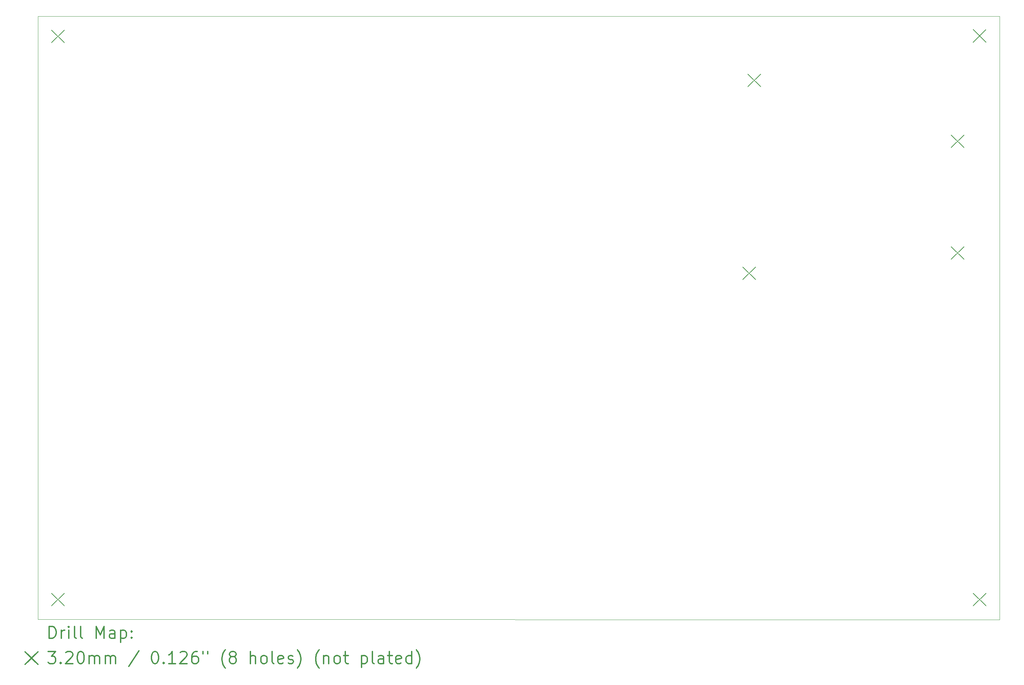
<source format=gbr>
%FSLAX45Y45*%
G04 Gerber Fmt 4.5, Leading zero omitted, Abs format (unit mm)*
G04 Created by KiCad (PCBNEW 5.1.6-c6e7f7d~87~ubuntu18.04.1) date 2020-08-14 22:17:11*
%MOMM*%
%LPD*%
G01*
G04 APERTURE LIST*
%TA.AperFunction,Profile*%
%ADD10C,0.100000*%
%TD*%
%ADD11C,0.200000*%
%ADD12C,0.300000*%
G04 APERTURE END LIST*
D10*
X4356100Y-16256000D02*
X4356100Y-1168400D01*
X28382468Y-16256254D02*
X4356100Y-16255746D01*
X28382468Y-1168400D02*
X28382468Y-16256000D01*
X4356100Y-1168400D02*
X28382468Y-1168400D01*
D11*
X27175260Y-6926720D02*
X27495260Y-7246720D01*
X27495260Y-6926720D02*
X27175260Y-7246720D01*
X27175400Y-4132400D02*
X27495400Y-4452400D01*
X27495400Y-4132400D02*
X27175400Y-4452400D01*
X4696100Y-15596000D02*
X5016100Y-15916000D01*
X5016100Y-15596000D02*
X4696100Y-15916000D01*
X27722460Y-15596000D02*
X28042460Y-15916000D01*
X28042460Y-15596000D02*
X27722460Y-15916000D01*
X27722500Y-1496400D02*
X28042500Y-1816400D01*
X28042500Y-1496400D02*
X27722500Y-1816400D01*
X4696000Y-1508400D02*
X5016000Y-1828400D01*
X5016000Y-1508400D02*
X4696000Y-1828400D01*
X21968260Y-7434720D02*
X22288260Y-7754720D01*
X22288260Y-7434720D02*
X21968260Y-7754720D01*
X22095400Y-2608400D02*
X22415400Y-2928400D01*
X22415400Y-2608400D02*
X22095400Y-2928400D01*
D12*
X4637528Y-16726968D02*
X4637528Y-16426968D01*
X4708957Y-16426968D01*
X4751814Y-16441254D01*
X4780386Y-16469825D01*
X4794671Y-16498397D01*
X4808957Y-16555540D01*
X4808957Y-16598397D01*
X4794671Y-16655540D01*
X4780386Y-16684111D01*
X4751814Y-16712683D01*
X4708957Y-16726968D01*
X4637528Y-16726968D01*
X4937528Y-16726968D02*
X4937528Y-16526968D01*
X4937528Y-16584111D02*
X4951814Y-16555540D01*
X4966100Y-16541254D01*
X4994671Y-16526968D01*
X5023243Y-16526968D01*
X5123243Y-16726968D02*
X5123243Y-16526968D01*
X5123243Y-16426968D02*
X5108957Y-16441254D01*
X5123243Y-16455540D01*
X5137528Y-16441254D01*
X5123243Y-16426968D01*
X5123243Y-16455540D01*
X5308957Y-16726968D02*
X5280386Y-16712683D01*
X5266100Y-16684111D01*
X5266100Y-16426968D01*
X5466100Y-16726968D02*
X5437528Y-16712683D01*
X5423243Y-16684111D01*
X5423243Y-16426968D01*
X5808957Y-16726968D02*
X5808957Y-16426968D01*
X5908957Y-16641254D01*
X6008957Y-16426968D01*
X6008957Y-16726968D01*
X6280386Y-16726968D02*
X6280386Y-16569825D01*
X6266100Y-16541254D01*
X6237528Y-16526968D01*
X6180386Y-16526968D01*
X6151814Y-16541254D01*
X6280386Y-16712683D02*
X6251814Y-16726968D01*
X6180386Y-16726968D01*
X6151814Y-16712683D01*
X6137528Y-16684111D01*
X6137528Y-16655540D01*
X6151814Y-16626968D01*
X6180386Y-16612683D01*
X6251814Y-16612683D01*
X6280386Y-16598397D01*
X6423243Y-16526968D02*
X6423243Y-16826968D01*
X6423243Y-16541254D02*
X6451814Y-16526968D01*
X6508957Y-16526968D01*
X6537528Y-16541254D01*
X6551814Y-16555540D01*
X6566100Y-16584111D01*
X6566100Y-16669825D01*
X6551814Y-16698397D01*
X6537528Y-16712683D01*
X6508957Y-16726968D01*
X6451814Y-16726968D01*
X6423243Y-16712683D01*
X6694671Y-16698397D02*
X6708957Y-16712683D01*
X6694671Y-16726968D01*
X6680386Y-16712683D01*
X6694671Y-16698397D01*
X6694671Y-16726968D01*
X6694671Y-16541254D02*
X6708957Y-16555540D01*
X6694671Y-16569825D01*
X6680386Y-16555540D01*
X6694671Y-16541254D01*
X6694671Y-16569825D01*
X4031100Y-17061254D02*
X4351100Y-17381254D01*
X4351100Y-17061254D02*
X4031100Y-17381254D01*
X4608957Y-17056968D02*
X4794671Y-17056968D01*
X4694671Y-17171254D01*
X4737528Y-17171254D01*
X4766100Y-17185540D01*
X4780386Y-17199826D01*
X4794671Y-17228397D01*
X4794671Y-17299826D01*
X4780386Y-17328397D01*
X4766100Y-17342683D01*
X4737528Y-17356968D01*
X4651814Y-17356968D01*
X4623243Y-17342683D01*
X4608957Y-17328397D01*
X4923243Y-17328397D02*
X4937528Y-17342683D01*
X4923243Y-17356968D01*
X4908957Y-17342683D01*
X4923243Y-17328397D01*
X4923243Y-17356968D01*
X5051814Y-17085540D02*
X5066100Y-17071254D01*
X5094671Y-17056968D01*
X5166100Y-17056968D01*
X5194671Y-17071254D01*
X5208957Y-17085540D01*
X5223243Y-17114111D01*
X5223243Y-17142683D01*
X5208957Y-17185540D01*
X5037528Y-17356968D01*
X5223243Y-17356968D01*
X5408957Y-17056968D02*
X5437528Y-17056968D01*
X5466100Y-17071254D01*
X5480386Y-17085540D01*
X5494671Y-17114111D01*
X5508957Y-17171254D01*
X5508957Y-17242683D01*
X5494671Y-17299826D01*
X5480386Y-17328397D01*
X5466100Y-17342683D01*
X5437528Y-17356968D01*
X5408957Y-17356968D01*
X5380386Y-17342683D01*
X5366100Y-17328397D01*
X5351814Y-17299826D01*
X5337528Y-17242683D01*
X5337528Y-17171254D01*
X5351814Y-17114111D01*
X5366100Y-17085540D01*
X5380386Y-17071254D01*
X5408957Y-17056968D01*
X5637528Y-17356968D02*
X5637528Y-17156968D01*
X5637528Y-17185540D02*
X5651814Y-17171254D01*
X5680386Y-17156968D01*
X5723243Y-17156968D01*
X5751814Y-17171254D01*
X5766100Y-17199826D01*
X5766100Y-17356968D01*
X5766100Y-17199826D02*
X5780386Y-17171254D01*
X5808957Y-17156968D01*
X5851814Y-17156968D01*
X5880386Y-17171254D01*
X5894671Y-17199826D01*
X5894671Y-17356968D01*
X6037528Y-17356968D02*
X6037528Y-17156968D01*
X6037528Y-17185540D02*
X6051814Y-17171254D01*
X6080386Y-17156968D01*
X6123243Y-17156968D01*
X6151814Y-17171254D01*
X6166100Y-17199826D01*
X6166100Y-17356968D01*
X6166100Y-17199826D02*
X6180386Y-17171254D01*
X6208957Y-17156968D01*
X6251814Y-17156968D01*
X6280386Y-17171254D01*
X6294671Y-17199826D01*
X6294671Y-17356968D01*
X6880386Y-17042683D02*
X6623243Y-17428397D01*
X7266100Y-17056968D02*
X7294671Y-17056968D01*
X7323243Y-17071254D01*
X7337528Y-17085540D01*
X7351814Y-17114111D01*
X7366100Y-17171254D01*
X7366100Y-17242683D01*
X7351814Y-17299826D01*
X7337528Y-17328397D01*
X7323243Y-17342683D01*
X7294671Y-17356968D01*
X7266100Y-17356968D01*
X7237528Y-17342683D01*
X7223243Y-17328397D01*
X7208957Y-17299826D01*
X7194671Y-17242683D01*
X7194671Y-17171254D01*
X7208957Y-17114111D01*
X7223243Y-17085540D01*
X7237528Y-17071254D01*
X7266100Y-17056968D01*
X7494671Y-17328397D02*
X7508957Y-17342683D01*
X7494671Y-17356968D01*
X7480386Y-17342683D01*
X7494671Y-17328397D01*
X7494671Y-17356968D01*
X7794671Y-17356968D02*
X7623243Y-17356968D01*
X7708957Y-17356968D02*
X7708957Y-17056968D01*
X7680386Y-17099826D01*
X7651814Y-17128397D01*
X7623243Y-17142683D01*
X7908957Y-17085540D02*
X7923243Y-17071254D01*
X7951814Y-17056968D01*
X8023243Y-17056968D01*
X8051814Y-17071254D01*
X8066100Y-17085540D01*
X8080386Y-17114111D01*
X8080386Y-17142683D01*
X8066100Y-17185540D01*
X7894671Y-17356968D01*
X8080386Y-17356968D01*
X8337528Y-17056968D02*
X8280386Y-17056968D01*
X8251814Y-17071254D01*
X8237528Y-17085540D01*
X8208957Y-17128397D01*
X8194671Y-17185540D01*
X8194671Y-17299826D01*
X8208957Y-17328397D01*
X8223243Y-17342683D01*
X8251814Y-17356968D01*
X8308957Y-17356968D01*
X8337528Y-17342683D01*
X8351814Y-17328397D01*
X8366100Y-17299826D01*
X8366100Y-17228397D01*
X8351814Y-17199826D01*
X8337528Y-17185540D01*
X8308957Y-17171254D01*
X8251814Y-17171254D01*
X8223243Y-17185540D01*
X8208957Y-17199826D01*
X8194671Y-17228397D01*
X8480386Y-17056968D02*
X8480386Y-17114111D01*
X8594671Y-17056968D02*
X8594671Y-17114111D01*
X9037528Y-17471254D02*
X9023243Y-17456968D01*
X8994671Y-17414111D01*
X8980386Y-17385540D01*
X8966100Y-17342683D01*
X8951814Y-17271254D01*
X8951814Y-17214111D01*
X8966100Y-17142683D01*
X8980386Y-17099826D01*
X8994671Y-17071254D01*
X9023243Y-17028397D01*
X9037528Y-17014111D01*
X9194671Y-17185540D02*
X9166100Y-17171254D01*
X9151814Y-17156968D01*
X9137528Y-17128397D01*
X9137528Y-17114111D01*
X9151814Y-17085540D01*
X9166100Y-17071254D01*
X9194671Y-17056968D01*
X9251814Y-17056968D01*
X9280386Y-17071254D01*
X9294671Y-17085540D01*
X9308957Y-17114111D01*
X9308957Y-17128397D01*
X9294671Y-17156968D01*
X9280386Y-17171254D01*
X9251814Y-17185540D01*
X9194671Y-17185540D01*
X9166100Y-17199826D01*
X9151814Y-17214111D01*
X9137528Y-17242683D01*
X9137528Y-17299826D01*
X9151814Y-17328397D01*
X9166100Y-17342683D01*
X9194671Y-17356968D01*
X9251814Y-17356968D01*
X9280386Y-17342683D01*
X9294671Y-17328397D01*
X9308957Y-17299826D01*
X9308957Y-17242683D01*
X9294671Y-17214111D01*
X9280386Y-17199826D01*
X9251814Y-17185540D01*
X9666100Y-17356968D02*
X9666100Y-17056968D01*
X9794671Y-17356968D02*
X9794671Y-17199826D01*
X9780386Y-17171254D01*
X9751814Y-17156968D01*
X9708957Y-17156968D01*
X9680386Y-17171254D01*
X9666100Y-17185540D01*
X9980386Y-17356968D02*
X9951814Y-17342683D01*
X9937528Y-17328397D01*
X9923243Y-17299826D01*
X9923243Y-17214111D01*
X9937528Y-17185540D01*
X9951814Y-17171254D01*
X9980386Y-17156968D01*
X10023243Y-17156968D01*
X10051814Y-17171254D01*
X10066100Y-17185540D01*
X10080386Y-17214111D01*
X10080386Y-17299826D01*
X10066100Y-17328397D01*
X10051814Y-17342683D01*
X10023243Y-17356968D01*
X9980386Y-17356968D01*
X10251814Y-17356968D02*
X10223243Y-17342683D01*
X10208957Y-17314111D01*
X10208957Y-17056968D01*
X10480386Y-17342683D02*
X10451814Y-17356968D01*
X10394671Y-17356968D01*
X10366100Y-17342683D01*
X10351814Y-17314111D01*
X10351814Y-17199826D01*
X10366100Y-17171254D01*
X10394671Y-17156968D01*
X10451814Y-17156968D01*
X10480386Y-17171254D01*
X10494671Y-17199826D01*
X10494671Y-17228397D01*
X10351814Y-17256968D01*
X10608957Y-17342683D02*
X10637528Y-17356968D01*
X10694671Y-17356968D01*
X10723243Y-17342683D01*
X10737528Y-17314111D01*
X10737528Y-17299826D01*
X10723243Y-17271254D01*
X10694671Y-17256968D01*
X10651814Y-17256968D01*
X10623243Y-17242683D01*
X10608957Y-17214111D01*
X10608957Y-17199826D01*
X10623243Y-17171254D01*
X10651814Y-17156968D01*
X10694671Y-17156968D01*
X10723243Y-17171254D01*
X10837528Y-17471254D02*
X10851814Y-17456968D01*
X10880386Y-17414111D01*
X10894671Y-17385540D01*
X10908957Y-17342683D01*
X10923243Y-17271254D01*
X10923243Y-17214111D01*
X10908957Y-17142683D01*
X10894671Y-17099826D01*
X10880386Y-17071254D01*
X10851814Y-17028397D01*
X10837528Y-17014111D01*
X11380386Y-17471254D02*
X11366100Y-17456968D01*
X11337528Y-17414111D01*
X11323243Y-17385540D01*
X11308957Y-17342683D01*
X11294671Y-17271254D01*
X11294671Y-17214111D01*
X11308957Y-17142683D01*
X11323243Y-17099826D01*
X11337528Y-17071254D01*
X11366100Y-17028397D01*
X11380386Y-17014111D01*
X11494671Y-17156968D02*
X11494671Y-17356968D01*
X11494671Y-17185540D02*
X11508957Y-17171254D01*
X11537528Y-17156968D01*
X11580386Y-17156968D01*
X11608957Y-17171254D01*
X11623243Y-17199826D01*
X11623243Y-17356968D01*
X11808957Y-17356968D02*
X11780386Y-17342683D01*
X11766100Y-17328397D01*
X11751814Y-17299826D01*
X11751814Y-17214111D01*
X11766100Y-17185540D01*
X11780386Y-17171254D01*
X11808957Y-17156968D01*
X11851814Y-17156968D01*
X11880386Y-17171254D01*
X11894671Y-17185540D01*
X11908957Y-17214111D01*
X11908957Y-17299826D01*
X11894671Y-17328397D01*
X11880386Y-17342683D01*
X11851814Y-17356968D01*
X11808957Y-17356968D01*
X11994671Y-17156968D02*
X12108957Y-17156968D01*
X12037528Y-17056968D02*
X12037528Y-17314111D01*
X12051814Y-17342683D01*
X12080386Y-17356968D01*
X12108957Y-17356968D01*
X12437528Y-17156968D02*
X12437528Y-17456968D01*
X12437528Y-17171254D02*
X12466100Y-17156968D01*
X12523243Y-17156968D01*
X12551814Y-17171254D01*
X12566100Y-17185540D01*
X12580386Y-17214111D01*
X12580386Y-17299826D01*
X12566100Y-17328397D01*
X12551814Y-17342683D01*
X12523243Y-17356968D01*
X12466100Y-17356968D01*
X12437528Y-17342683D01*
X12751814Y-17356968D02*
X12723243Y-17342683D01*
X12708957Y-17314111D01*
X12708957Y-17056968D01*
X12994671Y-17356968D02*
X12994671Y-17199826D01*
X12980386Y-17171254D01*
X12951814Y-17156968D01*
X12894671Y-17156968D01*
X12866100Y-17171254D01*
X12994671Y-17342683D02*
X12966100Y-17356968D01*
X12894671Y-17356968D01*
X12866100Y-17342683D01*
X12851814Y-17314111D01*
X12851814Y-17285540D01*
X12866100Y-17256968D01*
X12894671Y-17242683D01*
X12966100Y-17242683D01*
X12994671Y-17228397D01*
X13094671Y-17156968D02*
X13208957Y-17156968D01*
X13137528Y-17056968D02*
X13137528Y-17314111D01*
X13151814Y-17342683D01*
X13180386Y-17356968D01*
X13208957Y-17356968D01*
X13423243Y-17342683D02*
X13394671Y-17356968D01*
X13337528Y-17356968D01*
X13308957Y-17342683D01*
X13294671Y-17314111D01*
X13294671Y-17199826D01*
X13308957Y-17171254D01*
X13337528Y-17156968D01*
X13394671Y-17156968D01*
X13423243Y-17171254D01*
X13437528Y-17199826D01*
X13437528Y-17228397D01*
X13294671Y-17256968D01*
X13694671Y-17356968D02*
X13694671Y-17056968D01*
X13694671Y-17342683D02*
X13666100Y-17356968D01*
X13608957Y-17356968D01*
X13580386Y-17342683D01*
X13566100Y-17328397D01*
X13551814Y-17299826D01*
X13551814Y-17214111D01*
X13566100Y-17185540D01*
X13580386Y-17171254D01*
X13608957Y-17156968D01*
X13666100Y-17156968D01*
X13694671Y-17171254D01*
X13808957Y-17471254D02*
X13823243Y-17456968D01*
X13851814Y-17414111D01*
X13866100Y-17385540D01*
X13880386Y-17342683D01*
X13894671Y-17271254D01*
X13894671Y-17214111D01*
X13880386Y-17142683D01*
X13866100Y-17099826D01*
X13851814Y-17071254D01*
X13823243Y-17028397D01*
X13808957Y-17014111D01*
M02*

</source>
